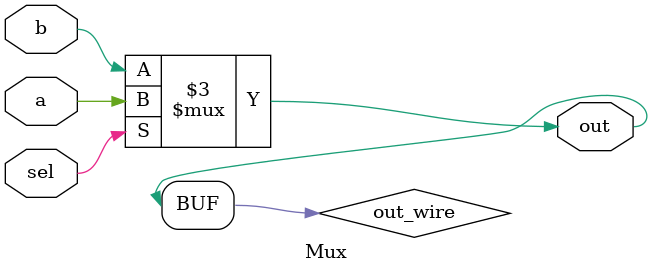
<source format=v>
(* keep_hierarchy = "yes" *)
(* DONT_TOUCH = "yes" *)
(* keep = "true" *)
module Mux(
    input a,
    input b,
    input sel,
    output out
    );
    
    reg out_wire;
    
    always @(*) begin
        if (sel) begin
            out_wire = a;
        end else
        begin
            out_wire = b;
        end
    end
    
    assign out = out_wire;
    
endmodule

</source>
